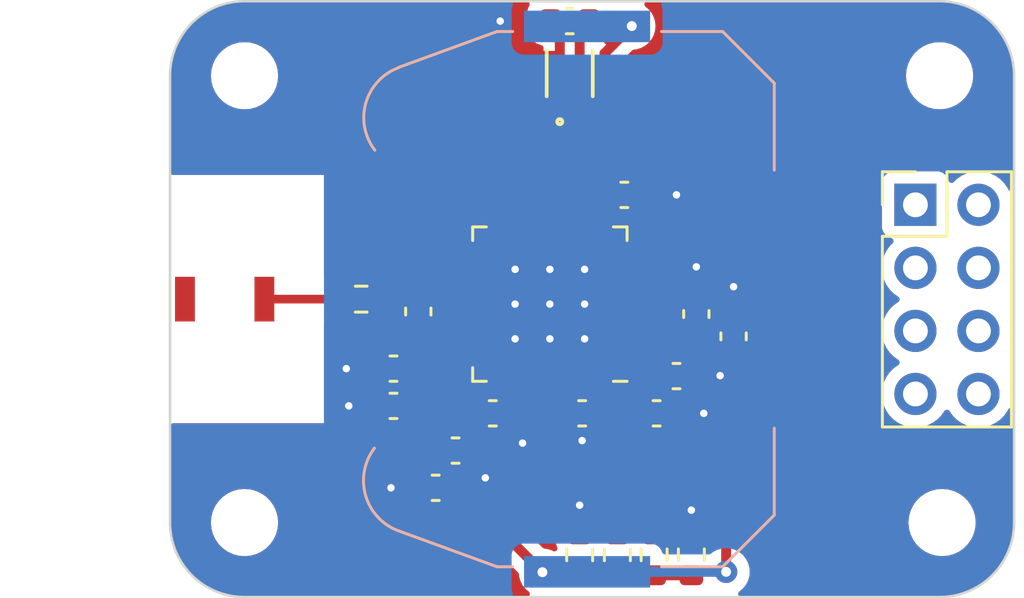
<source format=kicad_pcb>
(kicad_pcb (version 20221018) (generator pcbnew)
  (layers (0 "F.Cu" signal) (31 "B.Cu" signal) (34 "B.Paste" user) (35 "F.Paste" user) (36 "B.SilkS" user "B.Silkscreen") (37 "F.SilkS" user "F.Silkscreen") (38 "B.Mask" user) (39 "F.Mask" user) (44 "Edge.Cuts" user))
  (net 0 "")
  (net 1 "/RF")
  (net 2 "+3V3")
  (net 3 "GND")
  (net 4 "/XL1")
  (net 5 "/XL2")
  (net 6 "/DEC1")
  (net 7 "/DEC4")
  (net 8 "/DEC3")
  (net 9 "/DEC2")
  (net 10 "/XC1")
  (net 11 "/XC2")
  (net 12 "/ANT")
  (net 13 "/LED_RES1")
  (net 14 "/LED_RES2")
  (net 23 "/STATUS_LED1")
  (net 24 "/STATUS_LED2")
  (net 42 "/RESET")
  (net 43 "/SWDCLK")
  (net 44 "/SWDIO")
  (net 55 "/SDA")
  (net 56 "/SCL")
  (footprint "Capacitor_SMD:C_0603_1608Metric" (layer "F.Cu") (at 145 70.8 180)
    (fp_text reference "C9" hide)
    (fp_text value "N.C." hide)
    (fp_line (start -0.14058 -0.51) (end 0.14058 -0.51) (stroke (width 0.12)) (layer "F.SilkS"))
    (fp_line (start -0.14058 0.51) (end 0.14058 0.51) (stroke (width 0.12)) (layer "F.SilkS"))
    (pad "1" smd roundrect (at -0.775 0 180) (size 0.9 0.95) (layers "F.Cu" "F.Paste" "F.Mask") (net 9 "/DEC2"))
    (pad "2" smd roundrect (at 0.775 0 180) (size 0.9 0.95) (layers "F.Cu" "F.Paste" "F.Mask") (net 3 "GND"))
  )
  (footprint "Capacitor_SMD:C_0603_1608Metric" (layer "F.Cu") (at 156.4 71.1 180)
    (fp_text reference "C3" hide)
    (fp_text value "100n" hide)
    (fp_line (start -0.14058 -0.51) (end 0.14058 -0.51) (stroke (width 0.12)) (layer "F.SilkS"))
    (fp_line (start -0.14058 0.51) (end 0.14058 0.51) (stroke (width 0.12)) (layer "F.SilkS"))
    (pad "1" smd roundrect (at -0.775 0 180) (size 0.9 0.95) (layers "F.Cu" "F.Paste" "F.Mask") (net 3 "GND"))
    (pad "2" smd roundrect (at 0.775 0 180) (size 0.9 0.95) (layers "F.Cu" "F.Paste" "F.Mask") (net 6 "/DEC1"))
  )
  (footprint "MountingHole:MountingHole_2.2mm_M2" (layer "F.Cu") (at 167.1 77)
    (fp_text reference "H4" hide)
    (fp_text value "MountingHole" hide)
    (pad "" np_thru_hole circle locked (at 0 0) (size 2.2 2.2) (drill 2.2) (layers "*.Cu" "*.Mask"))
  )
  (footprint "MountingHole:MountingHole_2.2mm_M2" (layer "F.Cu") (at 139 77)
    (fp_text reference "H1" hide)
    (fp_text value "MountingHole" hide)
    (pad "" np_thru_hole circle locked (at 0 0) (size 2.2 2.2) (drill 2.2) (layers "*.Cu" "*.Mask"))
  )
  (footprint "Connector_PinHeader_2.54mm:PinHeader_2x04_P2.54mm_Vertical" (layer "F.Cu") (at 166.025 64.2)
    (fp_text reference "J1" hide)
    (fp_text value "Conn_02x04_Counter_Clockwise" hide)
    (fp_line (start -1.33 -1.33) (end 0 -1.33) (stroke (width 0.12)) (layer "F.SilkS"))
    (fp_line (start -1.33 0) (end -1.33 -1.33) (stroke (width 0.12)) (layer "F.SilkS"))
    (fp_line (start -1.33 1.27) (end -1.33 8.95) (stroke (width 0.12)) (layer "F.SilkS"))
    (fp_line (start -1.33 1.27) (end 1.27 1.27) (stroke (width 0.12)) (layer "F.SilkS"))
    (fp_line (start -1.33 8.95) (end 3.87 8.95) (stroke (width 0.12)) (layer "F.SilkS"))
    (fp_line (start 1.27 -1.33) (end 3.87 -1.33) (stroke (width 0.12)) (layer "F.SilkS"))
    (fp_line (start 1.27 1.27) (end 1.27 -1.33) (stroke (width 0.12)) (layer "F.SilkS"))
    (fp_line (start 3.87 -1.33) (end 3.87 8.95) (stroke (width 0.12)) (layer "F.SilkS"))
    (pad "1" thru_hole rect (at 0 0) (size 1.7 1.7) (drill 1) (layers "*.Cu" "*.Mask"))
    (pad "2" thru_hole oval (at 2.54 0) (size 1.7 1.7) (drill 1) (layers "*.Cu" "*.Mask"))
    (pad "3" thru_hole oval (at 0 2.54) (size 1.7 1.7) (drill 1) (layers "*.Cu" "*.Mask"))
    (pad "4" thru_hole oval (at 2.54 2.54) (size 1.7 1.7) (drill 1) (layers "*.Cu" "*.Mask"))
    (pad "5" thru_hole oval (at 0 5.08) (size 1.7 1.7) (drill 1) (layers "*.Cu" "*.Mask"))
    (pad "6" thru_hole oval (at 2.54 5.08) (size 1.7 1.7) (drill 1) (layers "*.Cu" "*.Mask"))
    (pad "7" thru_hole oval (at 0 7.62) (size 1.7 1.7) (drill 1) (layers "*.Cu" "*.Mask"))
    (pad "8" thru_hole oval (at 2.54 7.62) (size 1.7 1.7) (drill 1) (layers "*.Cu" "*.Mask"))
  )
  (footprint "encyclopedia_galactica:ECS-.327-12.5-12R-TR" (layer "F.Cu") (at 160.3 69.7 -90)
    (fp_text reference "Y1" hide)
    (fp_text value " ECS-.327-12.5-12R-TR " hide)
    (pad "1" smd rect (at -0.7 0 270) (size 0.6 1.1) (layers "F.Cu" "F.Paste" "F.Mask") (net 5 "/XL2"))
    (pad "2" smd rect (at 0.7 0 270) (size 0.6 1.1) (layers "F.Cu" "F.Paste" "F.Mask") (net 4 "/XL1"))
  )
  (footprint "encyclopedia_galactica:2108838-1" (layer "F.Cu") (at 135.7 68)
    (fp_text reference "2108838-1" hide)
    (fp_text value "~" hide)
    (pad "1" smd rect (at 4.1 0) (size 0.8 1.8) (layers "F.Cu" "F.Paste" "F.Mask") (net 1 "/RF"))
    (pad "2" smd rect (at 0.9 0) (size 0.8 1.8) (layers "F.Cu" "F.Paste" "F.Mask"))
    (zone (net 0) (net_name "") (layers "*.Cu") (connect_pads (clearance 0)) (min_thickness 0.25)
      (keepout (tracks allowed) (vias not_allowed) (pads allowed) (copperpour not_allowed) (footprints not_allowed))
      (fill (thermal_gap 0.5) (thermal_bridge_width 0.5))
      (polygon (pts (xy 129.2 63) (xy 129.2 73) (xy 142.2 73) (xy 142.2 63)))
    )
  )
  (footprint "MountingHole:MountingHole_2.2mm_M2" (layer "F.Cu") (at 139 59)
    (fp_text reference "H2" hide)
    (fp_text value "MountingHole" hide)
    (pad "" np_thru_hole circle locked (at 0 0) (size 2.2 2.2) (drill 2.2) (layers "*.Cu" "*.Mask"))
  )
  (footprint "Resistor_SMD:R_0603_1608Metric" (layer "F.Cu") (at 154.02 78.3 -90)
    (fp_text reference "R2" hide)
    (fp_text value "R" hide)
    (fp_line (start -0.237258 -0.5225) (end 0.237258 -0.5225) (stroke (width 0.12)) (layer "F.SilkS"))
    (fp_line (start -0.237258 0.5225) (end 0.237258 0.5225) (stroke (width 0.12)) (layer "F.SilkS"))
    (pad "1" smd roundrect (at -0.825 0 270) (size 0.8 0.95) (layers "F.Cu" "F.Paste" "F.Mask") (net 24 "/STATUS_LED2"))
    (pad "2" smd roundrect (at 0.825 0 270) (size 0.8 0.95) (layers "F.Cu" "F.Paste" "F.Mask") (net 14 "/LED_RES2"))
  )
  (footprint "Resistor_SMD:R_0603_1608Metric" (layer "F.Cu") (at 157 78.3 -90)
    (fp_text reference "D1" hide)
    (fp_text value "LED" hide)
    (fp_line (start -0.237258 -0.5225) (end 0.237258 -0.5225) (stroke (width 0.12)) (layer "F.SilkS"))
    (fp_line (start -0.237258 0.5225) (end 0.237258 0.5225) (stroke (width 0.12)) (layer "F.SilkS"))
    (pad "1" smd roundrect (at -0.825 0 270) (size 0.8 0.95) (layers "F.Cu" "F.Paste" "F.Mask") (net 3 "GND"))
    (pad "2" smd roundrect (at 0.825 0 270) (size 0.8 0.95) (layers "F.Cu" "F.Paste" "F.Mask") (net 13 "/LED_RES1"))
  )
  (footprint "Package_DFN_QFN:QFN-48-1EP_6x6mm_P0.4mm_EP4.6x4.6mm" (layer "F.Cu") (at 151.3 68.2 180)
    (fp_text reference "U1" hide)
    (fp_text value "NRF52810-QFAA-R7" hide)
    (fp_line (start -3.11 3.11) (end -3.11 2.56) (stroke (width 0.12)) (layer "F.SilkS"))
    (fp_line (start -2.56 -3.11) (end -3.11 -3.11) (stroke (width 0.12)) (layer "F.SilkS"))
    (fp_line (start -2.56 3.11) (end -3.11 3.11) (stroke (width 0.12)) (layer "F.SilkS"))
    (fp_line (start 2.56 -3.11) (end 3.11 -3.11) (stroke (width 0.12)) (layer "F.SilkS"))
    (fp_line (start 2.56 3.11) (end 3.11 3.11) (stroke (width 0.12)) (layer "F.SilkS"))
    (fp_line (start 3.11 -3.11) (end 3.11 -2.56) (stroke (width 0.12)) (layer "F.SilkS"))
    (fp_line (start 3.11 3.11) (end 3.11 2.56) (stroke (width 0.12)) (layer "F.SilkS"))
    (pad "1" smd roundrect (at -2.95 -2.2 180) (size 0.8 0.2) (layers "F.Cu" "F.Paste" "F.Mask") (net 6 "/DEC1"))
    (pad "2" smd roundrect (at -2.95 -1.8 180) (size 0.8 0.2) (layers "F.Cu" "F.Paste" "F.Mask") (net 4 "/XL1"))
    (pad "3" smd roundrect (at -2.95 -1.4 180) (size 0.8 0.2) (layers "F.Cu" "F.Paste" "F.Mask") (net 5 "/XL2"))
    (pad "4" smd roundrect (at -2.95 -1 180) (size 0.8 0.2) (layers "F.Cu" "F.Paste" "F.Mask"))
    (pad "5" smd roundrect (at -2.95 -0.6 180) (size 0.8 0.2) (layers "F.Cu" "F.Paste" "F.Mask"))
    (pad "6" smd roundrect (at -2.95 -0.2 180) (size 0.8 0.2) (layers "F.Cu" "F.Paste" "F.Mask"))
    (pad "7" smd roundrect (at -2.95 0.2 180) (size 0.8 0.2) (layers "F.Cu" "F.Paste" "F.Mask"))
    (pad "8" smd roundrect (at -2.95 0.6 180) (size 0.8 0.2) (layers "F.Cu" "F.Paste" "F.Mask"))
    (pad "9" smd roundrect (at -2.95 1 180) (size 0.8 0.2) (layers "F.Cu" "F.Paste" "F.Mask"))
    (pad "10" smd roundrect (at -2.95 1.4 180) (size 0.8 0.2) (layers "F.Cu" "F.Paste" "F.Mask"))
    (pad "11" smd roundrect (at -2.95 1.8 180) (size 0.8 0.2) (layers "F.Cu" "F.Paste" "F.Mask"))
    (pad "12" smd roundrect (at -2.95 2.2 180) (size 0.8 0.2) (layers "F.Cu" "F.Paste" "F.Mask"))
    (pad "13" smd roundrect (at -2.2 2.95 180) (size 0.2 0.8) (layers "F.Cu" "F.Paste" "F.Mask") (net 2 "+3V3"))
    (pad "14" smd roundrect (at -1.8 2.95 180) (size 0.2 0.8) (layers "F.Cu" "F.Paste" "F.Mask"))
    (pad "15" smd roundrect (at -1.4 2.95 180) (size 0.2 0.8) (layers "F.Cu" "F.Paste" "F.Mask"))
    (pad "16" smd roundrect (at -1 2.95 180) (size 0.2 0.8) (layers "F.Cu" "F.Paste" "F.Mask") (net 56 "/SCL"))
    (pad "17" smd roundrect (at -0.6 2.95 180) (size 0.2 0.8) (layers "F.Cu" "F.Paste" "F.Mask") (net 55 "/SDA"))
    (pad "18" smd roundrect (at -0.2 2.95 180) (size 0.2 0.8) (layers "F.Cu" "F.Paste" "F.Mask"))
    (pad "19" smd roundrect (at 0.2 2.95 180) (size 0.2 0.8) (layers "F.Cu" "F.Paste" "F.Mask"))
    (pad "20" smd roundrect (at 0.6 2.95 180) (size 0.2 0.8) (layers "F.Cu" "F.Paste" "F.Mask"))
    (pad "21" smd roundrect (at 1 2.95 180) (size 0.2 0.8) (layers "F.Cu" "F.Paste" "F.Mask"))
    (pad "22" smd roundrect (at 1.4 2.95 180) (size 0.2 0.8) (layers "F.Cu" "F.Paste" "F.Mask"))
    (pad "23" smd roundrect (at 1.8 2.95 180) (size 0.2 0.8) (layers "F.Cu" "F.Paste" "F.Mask"))
    (pad "24" smd roundrect (at 2.2 2.95 180) (size 0.2 0.8) (layers "F.Cu" "F.Paste" "F.Mask") (net 42 "/RESET"))
    (pad "25" smd roundrect (at 2.95 2.2 180) (size 0.8 0.2) (layers "F.Cu" "F.Paste" "F.Mask") (net 43 "/SWDCLK"))
    (pad "26" smd roundrect (at 2.95 1.8 180) (size 0.8 0.2) (layers "F.Cu" "F.Paste" "F.Mask") (net 44 "/SWDIO"))
    (pad "27" smd roundrect (at 2.95 1.4 180) (size 0.8 0.2) (layers "F.Cu" "F.Paste" "F.Mask"))
    (pad "28" smd roundrect (at 2.95 1 180) (size 0.8 0.2) (layers "F.Cu" "F.Paste" "F.Mask"))
    (pad "29" smd roundrect (at 2.95 0.6 180) (size 0.8 0.2) (layers "F.Cu" "F.Paste" "F.Mask"))
    (pad "30" smd roundrect (at 2.95 0.2 180) (size 0.8 0.2) (layers "F.Cu" "F.Paste" "F.Mask") (net 12 "/ANT"))
    (pad "31" smd roundrect (at 2.95 -0.2 180) (size 0.8 0.2) (layers "F.Cu" "F.Paste" "F.Mask") (net 3 "GND"))
    (pad "32" smd roundrect (at 2.95 -0.6 180) (size 0.8 0.2) (layers "F.Cu" "F.Paste" "F.Mask") (net 9 "/DEC2"))
    (pad "33" smd roundrect (at 2.95 -1 180) (size 0.8 0.2) (layers "F.Cu" "F.Paste" "F.Mask") (net 8 "/DEC3"))
    (pad "34" smd roundrect (at 2.95 -1.4 180) (size 0.8 0.2) (layers "F.Cu" "F.Paste" "F.Mask") (net 11 "/XC2"))
    (pad "35" smd roundrect (at 2.95 -1.8 180) (size 0.8 0.2) (layers "F.Cu" "F.Paste" "F.Mask") (net 10 "/XC1"))
    (pad "36" smd roundrect (at 2.95 -2.2 180) (size 0.8 0.2) (layers "F.Cu" "F.Paste" "F.Mask") (net 2 "+3V3"))
    (pad "37" smd roundrect (at 2.2 -2.95 180) (size 0.2 0.8) (layers "F.Cu" "F.Paste" "F.Mask"))
    (pad "38" smd roundrect (at 1.8 -2.95 180) (size 0.2 0.8) (layers "F.Cu" "F.Paste" "F.Mask"))
    (pad "39" smd roundrect (at 1.4 -2.95 180) (size 0.2 0.8) (layers "F.Cu" "F.Paste" "F.Mask"))
    (pad "40" smd roundrect (at 1 -2.95 180) (size 0.2 0.8) (layers "F.Cu" "F.Paste" "F.Mask"))
    (pad "41" smd roundrect (at 0.6 -2.95 180) (size 0.2 0.8) (layers "F.Cu" "F.Paste" "F.Mask") (net 24 "/STATUS_LED2"))
    (pad "42" smd roundrect (at 0.2 -2.95 180) (size 0.2 0.8) (layers "F.Cu" "F.Paste" "F.Mask") (net 23 "/STATUS_LED1"))
    (pad "43" smd roundrect (at -0.2 -2.95 180) (size 0.2 0.8) (layers "F.Cu" "F.Paste" "F.Mask"))
    (pad "44" smd roundrect (at -0.6 -2.95 180) (size 0.2 0.8) (layers "F.Cu" "F.Paste" "F.Mask"))
    (pad "45" smd roundrect (at -1 -2.95 180) (size 0.2 0.8) (layers "F.Cu" "F.Paste" "F.Mask") (net 3 "GND"))
    (pad "46" smd roundrect (at -1.4 -2.95 180) (size 0.2 0.8) (layers "F.Cu" "F.Paste" "F.Mask") (net 7 "/DEC4"))
    (pad "47" smd roundrect (at -1.8 -2.95 180) (size 0.2 0.8) (layers "F.Cu" "F.Paste" "F.Mask"))
    (pad "48" smd roundrect (at -2.2 -2.95 180) (size 0.2 0.8) (layers "F.Cu" "F.Paste" "F.Mask") (net 2 "+3V3"))
    (pad "49" smd rect (at 0 0 180) (size 4.6 4.6) (layers "F.Cu" "F.Mask") (net 3 "GND"))
  )
  (footprint "Capacitor_SMD:C_0603_1608Metric" (layer "F.Cu") (at 145 72.3 180)
    (fp_text reference "C8" hide)
    (fp_text value "100pF" hide)
    (fp_line (start -0.14058 -0.51) (end 0.14058 -0.51) (stroke (width 0.12)) (layer "F.SilkS"))
    (fp_line (start -0.14058 0.51) (end 0.14058 0.51) (stroke (width 0.12)) (layer "F.SilkS"))
    (pad "1" smd roundrect (at -0.775 0 180) (size 0.9 0.95) (layers "F.Cu" "F.Paste" "F.Mask") (net 8 "/DEC3"))
    (pad "2" smd roundrect (at 0.775 0 180) (size 0.9 0.95) (layers "F.Cu" "F.Paste" "F.Mask") (net 3 "GND"))
  )
  (footprint "Capacitor_SMD:C_0603_1608Metric" (layer "F.Cu") (at 155.6 72.6 180)
    (fp_text reference "C5" hide)
    (fp_text value "4u7" hide)
    (fp_line (start -0.14058 -0.51) (end 0.14058 -0.51) (stroke (width 0.12)) (layer "F.SilkS"))
    (fp_line (start -0.14058 0.51) (end 0.14058 0.51) (stroke (width 0.12)) (layer "F.SilkS"))
    (pad "1" smd roundrect (at -0.775 0 180) (size 0.9 0.95) (layers "F.Cu" "F.Paste" "F.Mask") (net 3 "GND"))
    (pad "2" smd roundrect (at 0.775 0 180) (size 0.9 0.95) (layers "F.Cu" "F.Paste" "F.Mask") (net 2 "+3V3"))
  )
  (footprint "Capacitor_SMD:C_0603_1608Metric" (layer "F.Cu") (at 147.5 74.1)
    (fp_text reference "C11" hide)
    (fp_text value "12pF" hide)
    (fp_line (start -0.14058 -0.51) (end 0.14058 -0.51) (stroke (width 0.12)) (layer "F.SilkS"))
    (fp_line (start -0.14058 0.51) (end 0.14058 0.51) (stroke (width 0.12)) (layer "F.SilkS"))
    (pad "1" smd roundrect (at -0.775 0) (size 0.9 0.95) (layers "F.Cu" "F.Paste" "F.Mask") (net 11 "/XC2"))
    (pad "2" smd roundrect (at 0.775 0) (size 0.9 0.95) (layers "F.Cu" "F.Paste" "F.Mask") (net 3 "GND"))
  )
  (footprint "Resistor_SMD:R_0603_1608Metric" (layer "F.Cu") (at 155.5 78.3 -90)
    (fp_text reference "R1" hide)
    (fp_text value "R" hide)
    (fp_line (start -0.237258 -0.5225) (end 0.237258 -0.5225) (stroke (width 0.12)) (layer "F.SilkS"))
    (fp_line (start -0.237258 0.5225) (end 0.237258 0.5225) (stroke (width 0.12)) (layer "F.SilkS"))
    (pad "1" smd roundrect (at -0.825 0 270) (size 0.8 0.95) (layers "F.Cu" "F.Paste" "F.Mask") (net 23 "/STATUS_LED1"))
    (pad "2" smd roundrect (at 0.825 0 270) (size 0.8 0.95) (layers "F.Cu" "F.Paste" "F.Mask") (net 13 "/LED_RES1"))
  )
  (footprint "MountingHole:MountingHole_2.2mm_M2" (layer "F.Cu") (at 167 59)
    (fp_text reference "H3" hide)
    (fp_text value "MountingHole" hide)
    (pad "" np_thru_hole circle locked (at 0 0) (size 2.2 2.2) (drill 2.2) (layers "*.Cu" "*.Mask"))
  )
  (footprint "Resistor_SMD:R_0603_1608Metric" (layer "F.Cu") (at 143.7 68 180)
    (fp_text reference "L1" hide)
    (fp_text value "3.9nH" hide)
    (fp_line (start -0.237258 -0.5225) (end 0.237258 -0.5225) (stroke (width 0.12)) (layer "F.SilkS"))
    (fp_line (start -0.237258 0.5225) (end 0.237258 0.5225) (stroke (width 0.12)) (layer "F.SilkS"))
    (pad "1" smd roundrect (at -0.825 0 180) (size 0.8 0.95) (layers "F.Cu" "F.Paste" "F.Mask") (net 12 "/ANT"))
    (pad "2" smd roundrect (at 0.825 0 180) (size 0.8 0.95) (layers "F.Cu" "F.Paste" "F.Mask") (net 1 "/RF"))
  )
  (footprint "Capacitor_SMD:C_0603_1608Metric" (layer "F.Cu") (at 149 72.6 180)
    (fp_text reference "C7" hide)
    (fp_text value "100n" hide)
    (fp_line (start -0.14058 -0.51) (end 0.14058 -0.51) (stroke (width 0.12)) (layer "F.SilkS"))
    (fp_line (start -0.14058 0.51) (end 0.14058 0.51) (stroke (width 0.12)) (layer "F.SilkS"))
    (pad "1" smd roundrect (at -0.775 0 180) (size 0.9 0.95) (layers "F.Cu" "F.Paste" "F.Mask") (net 3 "GND"))
    (pad "2" smd roundrect (at 0.775 0 180) (size 0.9 0.95) (layers "F.Cu" "F.Paste" "F.Mask") (net 2 "+3V3"))
  )
  (footprint "Capacitor_SMD:C_0603_1608Metric" (layer "F.Cu") (at 152.1 56.8 180)
    (fp_text reference "C13" hide)
    (fp_text value "100n" hide)
    (fp_line (start -0.14058 -0.51) (end 0.14058 -0.51) (stroke (width 0.12)) (layer "F.SilkS"))
    (fp_line (start -0.14058 0.51) (end 0.14058 0.51) (stroke (width 0.12)) (layer "F.SilkS"))
    (pad "1" smd roundrect (at -0.775 0 180) (size 0.9 0.95) (layers "F.Cu" "F.Paste" "F.Mask") (net 2 "+3V3"))
    (pad "2" smd roundrect (at 0.775 0 180) (size 0.9 0.95) (layers "F.Cu" "F.Paste" "F.Mask") (net 3 "GND"))
  )
  (footprint "Capacitor_SMD:C_0603_1608Metric" (layer "F.Cu") (at 157.2 68.6 90)
    (fp_text reference "C2" hide)
    (fp_text value "12pF" hide)
    (fp_line (start -0.14058 -0.51) (end 0.14058 -0.51) (stroke (width 0.12)) (layer "F.SilkS"))
    (fp_line (start -0.14058 0.51) (end 0.14058 0.51) (stroke (width 0.12)) (layer "F.SilkS"))
    (pad "1" smd roundrect (at -0.775 0 90) (size 0.9 0.95) (layers "F.Cu" "F.Paste" "F.Mask") (net 5 "/XL2"))
    (pad "2" smd roundrect (at 0.775 0 90) (size 0.9 0.95) (layers "F.Cu" "F.Paste" "F.Mask") (net 3 "GND"))
  )
  (footprint "Capacitor_SMD:C_0603_1608Metric" (layer "F.Cu") (at 154.3 63.8 180)
    (fp_text reference "C4" hide)
    (fp_text value "100n" hide)
    (fp_line (start -0.14058 -0.51) (end 0.14058 -0.51) (stroke (width 0.12)) (layer "F.SilkS"))
    (fp_line (start -0.14058 0.51) (end 0.14058 0.51) (stroke (width 0.12)) (layer "F.SilkS"))
    (pad "1" smd roundrect (at -0.775 0 180) (size 0.9 0.95) (layers "F.Cu" "F.Paste" "F.Mask") (net 3 "GND"))
    (pad "2" smd roundrect (at 0.775 0 180) (size 0.9 0.95) (layers "F.Cu" "F.Paste" "F.Mask") (net 2 "+3V3"))
  )
  (footprint "encyclopedia_galactica:DFN4_SHT41_SEN" (layer "F.Cu") (at 152.1 58.9 90)
    (fp_text reference "U2" hide)
    (fp_text value "SHT41-AD1B-R2" hide)
    (fp_line (start -0.9271 0.9271) (end 0.9271 0.9271) (stroke (width 0.1524)) (layer "F.SilkS"))
    (fp_line (start 0.9271 -0.9271) (end -0.9271 -0.9271) (stroke (width 0.1524)) (layer "F.SilkS"))
    (fp_circle (center -1.950999 -0.40005) (end -1.849399 -0.40005) (stroke (width 0.1524)) (fill none) (layer "F.SilkS"))
    (pad "1" smd rect (at -0.7469 -0.40005 90) (size 0.706399 0.3056) (layers "F.Cu" "F.Paste" "F.Mask") (net 55 "/SDA"))
    (pad "2" smd rect (at -0.7469 0.40005 90) (size 0.706399 0.3056) (layers "F.Cu" "F.Paste" "F.Mask") (net 56 "/SCL"))
    (pad "3" smd rect (at 0.7469 0.40005 90) (size 0.706399 0.3056) (layers "F.Cu" "F.Paste" "F.Mask") (net 2 "+3V3"))
    (pad "4" smd rect (at 0.7469 -0.40005 90) (size 0.706399 0.3056) (layers "F.Cu" "F.Paste" "F.Mask") (net 3 "GND"))
  )
  (footprint "Capacitor_SMD:C_0603_1608Metric" (layer "F.Cu") (at 158.7 69.5 90)
    (fp_text reference "C1" hide)
    (fp_text value "12pF" hide)
    (fp_line (start -0.14058 -0.51) (end 0.14058 -0.51) (stroke (width 0.12)) (layer "F.SilkS"))
    (fp_line (start -0.14058 0.51) (end 0.14058 0.51) (stroke (width 0.12)) (layer "F.SilkS"))
    (pad "1" smd roundrect (at -0.775 0 90) (size 0.9 0.95) (layers "F.Cu" "F.Paste" "F.Mask") (net 4 "/XL1"))
    (pad "2" smd roundrect (at 0.775 0 90) (size 0.9 0.95) (layers "F.Cu" "F.Paste" "F.Mask") (net 3 "GND"))
  )
  (footprint "encyclopedia_galactica:ABM11W-30.0000MHZ-7-D1X-T3" (layer "F.Cu") (at 146.7625 77.5)
    (fp_text reference "Y2" hide)
    (fp_text value "ABM11W-32.0000MHZ-7-D1X-T3 " hide)
    (pad "1" smd rect (at -0.637 -0.487 90) (size 0.775 0.875) (layers "F.Cu" "F.Paste" "F.Mask") (net 3 "GND"))
    (pad "2" smd rect (at 0.637 -0.487 90) (size 0.775 0.875) (layers "F.Cu" "F.Paste" "F.Mask") (net 10 "/XC1"))
    (pad "3" smd rect (at -0.637 0.487 90) (size 0.775 0.875) (layers "F.Cu" "F.Paste" "F.Mask") (net 11 "/XC2"))
    (pad "4" smd rect (at 0.637 0.487 90) (size 0.775 0.875) (layers "F.Cu" "F.Paste" "F.Mask") (net 3 "GND"))
  )
  (footprint "Capacitor_SMD:C_0603_1608Metric" (layer "F.Cu") (at 146 68.5 90)
    (fp_text reference "C12" hide)
    (fp_text value "0.8pF" hide)
    (fp_line (start -0.14058 -0.51) (end 0.14058 -0.51) (stroke (width 0.12)) (layer "F.SilkS"))
    (fp_line (start -0.14058 0.51) (end 0.14058 0.51) (stroke (width 0.12)) (layer "F.SilkS"))
    (pad "1" smd roundrect (at -0.775 0 90) (size 0.9 0.95) (layers "F.Cu" "F.Paste" "F.Mask") (net 3 "GND"))
    (pad "2" smd roundrect (at 0.775 0 90) (size 0.9 0.95) (layers "F.Cu" "F.Paste" "F.Mask") (net 12 "/ANT"))
  )
  (footprint "Capacitor_SMD:C_0603_1608Metric" (layer "F.Cu") (at 152.6 72.6 180)
    (fp_text reference "C6" hide)
    (fp_text value "1u" hide)
    (fp_line (start -0.14058 -0.51) (end 0.14058 -0.51) (stroke (width 0.12)) (layer "F.SilkS"))
    (fp_line (start -0.14058 0.51) (end 0.14058 0.51) (stroke (width 0.12)) (layer "F.SilkS"))
    (pad "1" smd roundrect (at -0.775 0 180) (size 0.9 0.95) (layers "F.Cu" "F.Paste" "F.Mask") (net 7 "/DEC4"))
    (pad "2" smd roundrect (at 0.775 0 180) (size 0.9 0.95) (layers "F.Cu" "F.Paste" "F.Mask") (net 3 "GND"))
  )
  (footprint "Resistor_SMD:R_0603_1608Metric" (layer "F.Cu") (at 152.5 78.3 -90)
    (fp_text reference "D2" hide)
    (fp_text value "LED" hide)
    (fp_line (start -0.237258 -0.5225) (end 0.237258 -0.5225) (stroke (width 0.12)) (layer "F.SilkS"))
    (fp_line (start -0.237258 0.5225) (end 0.237258 0.5225) (stroke (width 0.12)) (layer "F.SilkS"))
    (pad "1" smd roundrect (at -0.825 0 270) (size 0.8 0.95) (layers "F.Cu" "F.Paste" "F.Mask") (net 3 "GND"))
    (pad "2" smd roundrect (at 0.825 0 270) (size 0.8 0.95) (layers "F.Cu" "F.Paste" "F.Mask") (net 14 "/LED_RES2"))
  )
  (footprint "Capacitor_SMD:C_0603_1608Metric" (layer "F.Cu") (at 146.7 75.6 180)
    (fp_text reference "C10" hide)
    (fp_text value "12pF" hide)
    (fp_line (start -0.14058 -0.51) (end 0.14058 -0.51) (stroke (width 0.12)) (layer "F.SilkS"))
    (fp_line (start -0.14058 0.51) (end 0.14058 0.51) (stroke (width 0.12)) (layer "F.SilkS"))
    (pad "1" smd roundrect (at -0.775 0 180) (size 0.9 0.95) (layers "F.Cu" "F.Paste" "F.Mask") (net 10 "/XC1"))
    (pad "2" smd roundrect (at 0.775 0 180) (size 0.9 0.95) (layers "F.Cu" "F.Paste" "F.Mask") (net 3 "GND"))
  )
  (footprint "Battery:BatteryHolder_Keystone_3034_1x20mm" (layer "B.Cu") (at 152.8 68 90)
    (fp_text reference "BT1" hide)
    (fp_text value "Battery_Cell" hide)
    (fp_line (start -10.78 -3.63) (end -9.34 -7.58) (stroke (width 0.12)) (layer "B.SilkS"))
    (fp_line (start -10.78 -3) (end -10.78 -3.63) (stroke (width 0.12)) (layer "B.SilkS"))
    (fp_line (start -10.78 5.46) (end -10.78 3) (stroke (width 0.12)) (layer "B.SilkS"))
    (fp_line (start -8.7 7.54) (end -10.78 5.46) (stroke (width 0.12)) (layer "B.SilkS"))
    (fp_line (start -5.2 7.54) (end -8.7 7.54) (stroke (width 0.12)) (layer "B.SilkS"))
    (fp_line (start 8.7 7.54) (end 5.2 7.54) (stroke (width 0.12)) (layer "B.SilkS"))
    (fp_line (start 8.7 7.54) (end 10.78 5.46) (stroke (width 0.12)) (layer "B.SilkS"))
    (fp_line (start 10.78 -3.63) (end 9.34 -7.58) (stroke (width 0.12)) (layer "B.SilkS"))
    (fp_line (start 10.78 -3) (end 10.78 -3.63) (stroke (width 0.12)) (layer "B.SilkS"))
    (fp_line (start 10.78 5.46) (end 10.78 3) (stroke (width 0.12)) (layer "B.SilkS"))
    (fp_arc (start -9.34 -7.58) (mid -7.921654 -8.918738) (end -6.003354 -8.56653) (stroke (width 0.12)) (layer "B.SilkS"))
    (fp_arc (start 6 -8.55) (mid 7.90634 -8.911669) (end 9.325243 -7.588169) (stroke (width 0.12)) (layer "B.SilkS"))
    (pad "1" smd rect (at -10.985 0 90) (size 1.27 5.08) (layers "B.Cu" "B.Paste" "B.Mask") (net 2 "+3V3"))
    (pad "1" smd rect (at 10.985 0 90) (size 1.27 5.08) (layers "B.Cu" "B.Paste" "B.Mask") (net 2 "+3V3"))
    (pad "2" smd circle (at 0 0 90) (size 17.8 17.8) (layers "B.Cu" "B.Mask") (net 3 "GND"))
  )
  (gr_line locked (start 167 80) (end 139 80) (stroke (width 0.1)) (layer "Edge.Cuts"))
  (gr_line locked (start 170 59) (end 170 77) (stroke (width 0.1)) (layer "Edge.Cuts"))
  (gr_arc locked (start 138.999999 80.000001) (mid 136.878679 79.121321) (end 135.999999 77.000001) (stroke (width 0.1)) (layer "Edge.Cuts"))
  (gr_arc locked (start 167 56) (mid 169.12132 56.87868) (end 170 59) (stroke (width 0.1)) (layer "Edge.Cuts"))
  (gr_arc locked (start 135.999999 58.999999) (mid 136.878679 56.878679) (end 138.999999 55.999999) (stroke (width 0.1)) (layer "Edge.Cuts"))
  (gr_line locked (start 139 56) (end 167 56) (stroke (width 0.1)) (layer "Edge.Cuts"))
  (gr_arc locked (start 170.000001 77.000001) (mid 169.121321 79.121321) (end 167.000001 80.000001) (stroke (width 0.1)) (layer "Edge.Cuts"))
  (gr_line locked (start 136 77) (end 136 59) (stroke (width 0.1)) (layer "Edge.Cuts"))
  (segment (start 142.875 68) (end 139.8 68) (width 0.35) (layer "F.Cu") (net 1))
  (segment (start 153.5 63.775) (end 153.5 58.1) (width 0.4) (layer "F.Cu") (net 2))
  (segment (start 148.225 72.6) (end 148.225 70.525) (width 0.4) (layer "F.Cu") (net 2))
  (segment (start 153.525 63.8) (end 153.527 63.802) (width 0.4) (layer "F.Cu") (net 2))
  (segment (start 154.825 72.6) (end 153.6 71.375) (width 0.4) (layer "F.Cu") (net 2))
  (segment (start 148.323 70.427) (end 148.35 70.427) (width 0.4) (layer "F.Cu") (net 2))
  (segment (start 153.5 58.1) (end 153.85 57.75) (width 0.4) (layer "F.Cu") (net 2))
  (segment (start 153.525 63.8) (end 153.5 63.775) (width 0.4) (layer "F.Cu") (net 2))
  (segment (start 153.6 71.375) (end 153.6 71.15) (width 0.4) (layer "F.Cu") (net 2))
  (segment (start 149.4 73.775) (end 149.4 77.4) (width 0.4) (layer "F.Cu") (net 2))
  (segment (start 152.50005 58.1531) (end 152.50005 57.17495) (width 0.4) (layer "F.Cu") (net 2))
  (segment (start 152.9 56.8) (end 153.85 57.75) (width 0.4) (layer "F.Cu") (net 2))
  (segment (start 153.527 63.802) (end 153.527 65.25) (width 0.4) (layer "F.Cu") (net 2))
  (segment (start 148.225 72.6) (end 149.4 73.775) (width 0.4) (layer "F.Cu") (net 2))
  (segment (start 152.875 56.8) (end 152.9 56.8) (width 0.4) (layer "F.Cu") (net 2))
  (segment (start 158.4 76.175) (end 154.825 72.6) (width 0.4) (layer "F.Cu") (net 2))
  (segment (start 152.50005 57.17495) (end 152.875 56.8) (width 0.4) (layer "F.Cu") (net 2))
  (segment (start 153.85 57.75) (end 154.6 57) (width 0.4) (layer "F.Cu") (net 2))
  (segment (start 148.225 70.525) (end 148.323 70.427) (width 0.4) (layer "F.Cu") (net 2))
  (segment (start 149.4 77.4) (end 151 79) (width 0.4) (layer "F.Cu") (net 2))
  (segment (start 158.4 78.985) (end 158.4 76.175) (width 0.4) (layer "F.Cu") (net 2))
  (via (at 158.4 78.985) (size 0.9) (drill 0.4) (layers "F.Cu" "B.Cu") (net 2))
  (via (at 154.6 57) (size 0.9) (drill 0.4) (layers "F.Cu" "B.Cu") (net 2))
  (via (at 151 79) (size 0.9) (drill 0.4) (layers "F.Cu" "B.Cu") (net 2))
  (segment (start 158.4 78.985) (end 152.8 78.985) (width 0.4) (layer "B.Cu") (net 2))
  (segment (start 158.14136 71.1) (end 157.175 71.1) (width 0.4) (layer "F.Cu") (net 3))
  (segment (start 144.225 70.8) (end 143.1 70.8) (width 0.4) (layer "F.Cu") (net 3))
  (segment (start 158.15864 71.08272) (end 158.14136 71.1) (width 0.4) (layer "F.Cu") (net 3))
  (segment (start 152.3 71.15) (end 152.3 72.125) (width 0.2) (layer "F.Cu") (net 3))
  (segment (start 155.075 63.8) (end 156.4 63.8) (width 0.4) (layer "F.Cu") (net 3))
  (segment (start 149.7 68.4) (end 149.9 68.2) (width 0.2) (layer "F.Cu") (net 3))
  (segment (start 151.69995 57.17495) (end 151.325 56.8) (width 0.4) (layer "F.Cu") (net 3))
  (segment (start 149.775 73.375) (end 150.2 73.8) (width 0.4) (layer "F.Cu") (net 3))
  (segment (start 151.325 56.8) (end 149.3 56.8) (width 0.4) (layer "F.Cu") (net 3))
  (segment (start 152.3 72.125) (end 151.825 72.6) (width 0.2) (layer "F.Cu") (net 3))
  (segment (start 151.825 72.925) (end 152.6 73.7) (width 0.4) (layer "F.Cu") (net 3))
  (segment (start 145.925 75.6) (end 144.9 75.6) (width 0.4) (layer "F.Cu") (net 3))
  (segment (start 157.2 67.825) (end 157.2 66.7) (width 0.4) (layer "F.Cu") (net 3))
  (segment (start 148.375 74.1) (end 148.375 74.875) (width 0.4) (layer "F.Cu") (net 3))
  (segment (start 157 77.475) (end 157 76.5) (width 0.4) (layer "F.Cu") (net 3))
  (segment (start 151.69995 58.1531) (end 151.69995 57.17495) (width 0.4) (layer "F.Cu") (net 3))
  (segment (start 144.225 72.3) (end 143.2 72.3) (width 0.4) (layer "F.Cu") (net 3))
  (segment (start 148.35 68.4) (end 148.312495 68.437505) (width 0.2) (layer "F.Cu") (net 3))
  (segment (start 152.5 77.475) (end 152.5 76.3) (width 0.4) (layer "F.Cu") (net 3))
  (segment (start 148.375 74.875) (end 148.7 75.2) (width 0.4) (layer "F.Cu") (net 3))
  (segment (start 156.375 72.6) (end 157.5 72.6) (width 0.4) (layer "F.Cu") (net 3))
  (segment (start 148.312495 68.437505) (end 146.837495 68.437505) (width 0.2) (layer "F.Cu") (net 3))
  (segment (start 149.775 72.6) (end 149.775 73.375) (width 0.4) (layer "F.Cu") (net 3))
  (segment (start 151.825 72.6) (end 151.825 72.925) (width 0.4) (layer "F.Cu") (net 3))
  (segment (start 146.837495 68.437505) (end 146 69.275) (width 0.2) (layer "F.Cu") (net 3))
  (segment (start 148.35 68.4) (end 149.7 68.4) (width 0.2) (layer "F.Cu") (net 3))
  (segment (start 158.7 68.725) (end 158.7 67.5) (width 0.4) (layer "F.Cu") (net 3))
  (via (at 157.5 72.6) (size 0.6) (drill 0.3) (layers "F.Cu" "B.Cu") (net 3))
  (via (at 151.3 69.6) (size 0.6) (drill 0.3) (layers "F.Cu" "B.Cu") (net 3))
  (via (at 158.15864 71.08272) (size 0.6) (drill 0.3) (layers "F.Cu" "B.Cu") (net 3))
  (via (at 144.9 75.6) (size 0.6) (drill 0.3) (layers "F.Cu" "B.Cu") (net 3))
  (via (at 157 76.5) (size 0.6) (drill 0.3) (layers "F.Cu" "B.Cu") (net 3))
  (via (at 148.7 75.2) (size 0.6) (drill 0.3) (layers "F.Cu" "B.Cu") (net 3))
  (via (at 149.9 68.2) (size 0.6) (drill 0.3) (layers "F.Cu" "B.Cu") (net 3))
  (via (at 158.7 67.5) (size 0.6) (drill 0.3) (layers "F.Cu" "B.Cu") (net 3))
  (via (at 152.5 76.3) (size 0.6) (drill 0.3) (layers "F.Cu" "B.Cu") (net 3))
  (via (at 149.3 56.8) (size 0.6) (drill 0.3) (layers "F.Cu" "B.Cu") (net 3))
  (via (at 149.9 66.8) (size 0.6) (drill 0.3) (layers "F.Cu" "B.Cu") (net 3))
  (via (at 149.9 69.6) (size 0.6) (drill 0.3) (layers "F.Cu" "B.Cu") (net 3))
  (via (at 156.4 63.8) (size 0.6) (drill 0.3) (layers "F.Cu" "B.Cu") (net 3))
  (via (at 150.2 73.8) (size 0.6) (drill 0.3) (layers "F.Cu" "B.Cu") (net 3))
  (via (at 152.7 68.2) (size 0.6) (drill 0.3) (layers "F.Cu" "B.Cu") (net 3))
  (via (at 151.3 68.2) (size 0.6) (drill 0.3) (layers "F.Cu" "B.Cu") (net 3))
  (via (at 152.6 73.7) (size 0.6) (drill 0.3) (layers "F.Cu" "B.Cu") (net 3))
  (via (at 143.2 72.3) (size 0.6) (drill 0.3) (layers "F.Cu" "B.Cu") (net 3))
  (via (at 151.3 66.8) (size 0.6) (drill 0.3) (layers "F.Cu" "B.Cu") (net 3))
  (via (at 143.1 70.8) (size 0.6) (drill 0.3) (layers "F.Cu" "B.Cu") (net 3))
  (via (at 157.2 66.7) (size 0.6) (drill 0.3) (layers "F.Cu" "B.Cu") (net 3))
  (via (at 152.7 66.8) (size 0.6) (drill 0.3) (layers "F.Cu" "B.Cu") (net 3))
  (via (at 152.7 69.6) (size 0.6) (drill 0.3) (layers "F.Cu" "B.Cu") (net 3))
  (segment (start 158.625 70.2) (end 158.7 70.275) (width 0.2) (layer "F.Cu") (net 4))
  (segment (start 158.975 70) (end 158.7 70.275) (width 0.2) (layer "F.Cu") (net 4))
  (segment (start 155 70) (end 155.2 70.2) (width 0.2) (layer "F.Cu") (net 4))
  (segment (start 160.3 70.4) (end 159.9 70) (width 0.2) (layer "F.Cu") (net 4))
  (segment (start 155.2 70.2) (end 158.625 70.2) (width 0.2) (layer "F.Cu") (net 4))
  (segment (start 159.9 70) (end 158.975 70) (width 0.2) (layer "F.Cu") (net 4))
  (segment (start 154.25 70) (end 155 70) (width 0.2) (layer "F.Cu") (net 4))
  (segment (start 157.227 69.402) (end 157.2 69.375) (width 0.2) (layer "F.Cu") (net 5))
  (segment (start 157.2 69.375) (end 157.175 69.4) (width 0.2) (layer "F.Cu") (net 5))
  (segment (start 159.898 69.402) (end 157.227 69.402) (width 0.2) (layer "F.Cu") (net 5))
  (segment (start 157.175 69.4) (end 155.2 69.4) (width 0.2) (layer "F.Cu") (net 5))
  (segment (start 155.2 69.4) (end 155 69.6) (width 0.2) (layer "F.Cu") (net 5))
  (segment (start 155 69.6) (end 154.25 69.6) (width 0.2) (layer "F.Cu") (net 5))
  (segment (start 160.3 69) (end 159.898 69.402) (width 0.2) (layer "F.Cu") (net 5))
  (segment (start 154.925 70.4) (end 155.625 71.1) (width 0.2) (layer "F.Cu") (net 6))
  (segment (start 154.25 70.4) (end 154.925 70.4) (width 0.2) (layer "F.Cu") (net 6))
  (segment (start 152.7 71.15) (end 152.7 72.1) (width 0.2) (layer "F.Cu") (net 7))
  (segment (start 153.2 72.6) (end 153.375 72.6) (width 0.2) (layer "F.Cu") (net 7))
  (segment (start 152.7 72.1) (end 153.2 72.6) (width 0.2) (layer "F.Cu") (net 7))
  (segment (start 145.775 72.3) (end 146.498 71.577) (width 0.2) (layer "F.Cu") (net 8))
  (segment (start 146.498 71.577) (end 146.498 70.535367) (width 0.2) (layer "F.Cu") (net 8))
  (segment (start 146.498 70.535367) (end 147.833367 69.2) (width 0.2) (layer "F.Cu") (net 8))
  (segment (start 147.833367 69.2) (end 148.35 69.2) (width 0.2) (layer "F.Cu") (net 8))
  (segment (start 145.775 70.614225) (end 145.775 70.8) (width 0.2) (layer "F.Cu") (net 9))
  (segment (start 147.589225 68.8) (end 145.775 70.614225) (width 0.2) (layer "F.Cu") (net 9))
  (segment (start 148.35 68.8) (end 147.589225 68.8) (width 0.2) (layer "F.Cu") (net 9))
  (segment (start 147.502 70.456263) (end 147.502 76.9105) (width 0.2) (layer "F.Cu") (net 10))
  (segment (start 147.502 76.9105) (end 147.3995 77.013) (width 0.2) (layer "F.Cu") (net 10))
  (segment (start 147.958263 70) (end 147.502 70.456263) (width 0.2) (layer "F.Cu") (net 10))
  (segment (start 148.35 70) (end 147.958263 70) (width 0.2) (layer "F.Cu") (net 10))
  (segment (start 146.825 70.670815) (end 146.825 74) (width 0.2) (layer "F.Cu") (net 11))
  (segment (start 146.713 77.5505) (end 146.2765 77.987) (width 0.2) (layer "F.Cu") (net 11))
  (segment (start 146.713 74.112) (end 146.713 77.5505) (width 0.2) (layer "F.Cu") (net 11))
  (segment (start 147.895815 69.6) (end 146.825 70.670815) (width 0.2) (layer "F.Cu") (net 11))
  (segment (start 146.2765 77.987) (end 146.1255 77.987) (width 0.2) (layer "F.Cu") (net 11))
  (segment (start 148.35 69.6) (end 147.895815 69.6) (width 0.2) (layer "F.Cu") (net 11))
  (segment (start 146.825 74) (end 146.713 74.112) (width 0.2) (layer "F.Cu") (net 11))
  (segment (start 147.9 68) (end 144.525 68) (width 0.35) (layer "F.Cu") (net 12))
  (segment (start 148.35 68) (end 147.9 68) (width 0.2) (layer "F.Cu") (net 12))
  (segment (start 155.5 79.125) (end 157 79.125) (width 0.4) (layer "F.Cu") (net 13))
  (segment (start 152.5 79.125) (end 154.02 79.125) (width 0.4) (layer "F.Cu") (net 14))
  (segment (start 151.1 71.15) (end 151.1 73.02458) (width 0.25) (layer "F.Cu") (net 23))
  (segment (start 155.5 77.42458) (end 155.5 77.475) (width 0.25) (layer "F.Cu") (net 23))
  (segment (start 151.1 73.02458) (end 155.5 77.42458) (width 0.25) (layer "F.Cu") (net 23))
  (segment (start 150.7 71.15) (end 150.7 73.519354) (width 0.25) (layer "F.Cu") (net 24))
  (segment (start 150.7 73.519354) (end 154.02 76.839354) (width 0.25) (layer "F.Cu") (net 24))
  (segment (start 154.02 76.839354) (end 154.02 77.475) (width 0.25) (layer "F.Cu") (net 24))
  (segment (start 151.9 59.84695) (end 151.69995 59.6469) (width 0.2) (layer "F.Cu") (net 55))
  (segment (start 151.9 65.25) (end 151.9 59.84695) (width 0.2) (layer "F.Cu") (net 55))
  (segment (start 152.3 59.84695) (end 152.50005 59.6469) (width 0.2) (layer "F.Cu") (net 56))
  (segment (start 152.3 65.25) (end 152.3 59.84695) (width 0.2) (layer "F.Cu") (net 56))
  (zone (net 0) (net_name "") (layer "F.Cu") (connect_pads yes (clearance 0)) (min_thickness 0.25)
    (keepout (tracks allowed) (vias allowed) (pads allowed) (copperpour not_allowed) (footprints allowed))
    (fill (thermal_gap 0.5) (thermal_bridge_width 0.5))
    (polygon (pts (xy 145.3 68.6) (xy 145.3 70) (xy 144.2 70) (xy 144.2 68.8) (xy 144.9 68.8) (xy 144.9 66.9) (xy 148.8 66.9) (xy 148.8 68.2) (xy 146.7 68.2) (xy 146.2 68.6)))
  )
  (zone (net 3) (net_name "GND") (layer "F.Cu") (priority 1) (connect_pads yes (clearance 0.5)) (min_thickness 0.25) (fill yes (thermal_gap 0.5) (thermal_bridge_width 0.5))
    (polygon (pts (xy 146.4 68.6) (xy 146.4 70) (xy 147.3 70) (xy 148.7 68.6) (xy 149.9 68.6) (xy 149.9 68.2) (xy 147.8 68.2) (xy 147.3 68.6)))
  )
  (zone (net 3) (net_name "GND") (layer "F.Cu") (connect_pads (clearance 0.5)) (min_thickness 0.25) (fill yes (thermal_gap 0.5) (thermal_bridge_width 0.5))
    (polygon (pts (xy 136 56) (xy 170 56) (xy 170 80) (xy 136 80)))
  )
  (zone (net 3) (net_name "GND") (layer "B.Cu") (connect_pads yes (clearance 0.5)) (min_thickness 0.25) (fill yes (thermal_gap 0.5) (thermal_bridge_width 0.5))
    (polygon (pts (xy 136 56) (xy 170 56) (xy 170 80) (xy 136 80)))
  )
)
</source>
